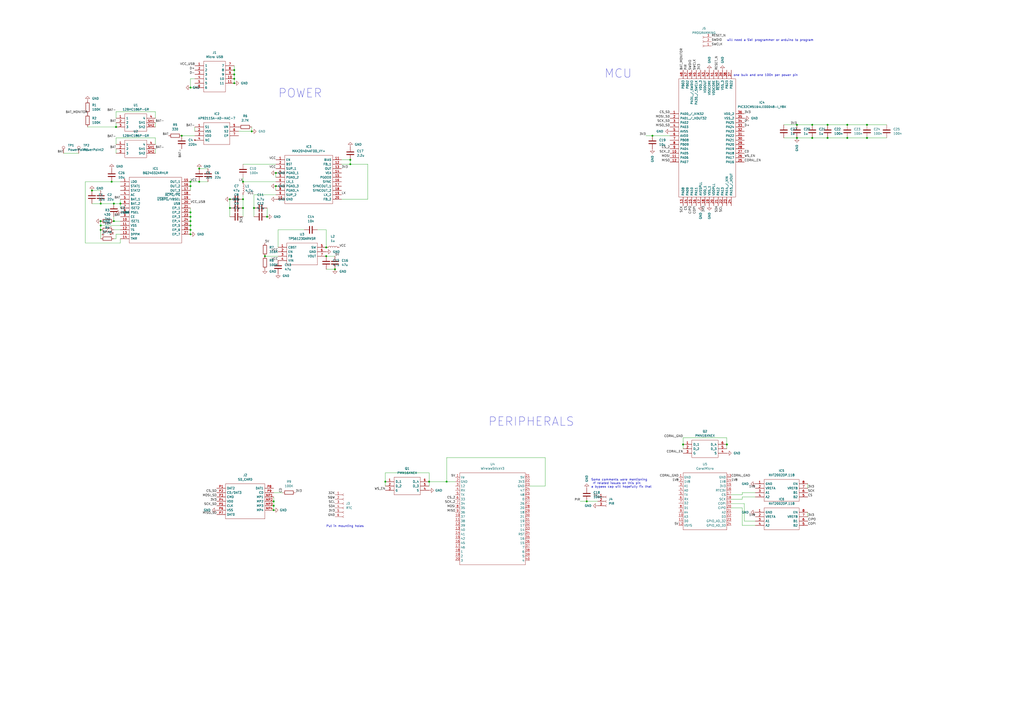
<source format=kicad_sch>
(kicad_sch (version 20211123) (generator eeschema)
  (paper "A2")
  (junction (at 135.89 45.72))
  (junction (at 203.2 95.25))
  (junction (at 58.42 133.35))
  (junction (at 259.08 279.4))
  (junction (at 135.89 48.26))
  (junction (at 110.49 133.35))
  (junction (at 462.28 72.39))
  (junction (at 421.64 257.81))
  (junction (at 340.36 290.83))
  (junction (at 189.23 148.59))
  (junction (at 158.75 290.83))
  (junction (at 135.89 43.18))
  (junction (at 194.31 156.21))
  (junction (at 471.17 72.39))
  (junction (at 133.35 120.65))
  (junction (at 58.42 130.81))
  (junction (at 110.49 50.8))
  (junction (at 140.97 105.41))
  (junction (at 480.06 80.01))
  (junction (at 502.92 80.01))
  (junction (at 110.49 123.19))
  (junction (at 147.32 120.65))
  (junction (at 66.04 118.11))
  (junction (at 105.41 78.74))
  (junction (at 203.2 92.71))
  (junction (at 110.49 107.95))
  (junction (at 396.24 257.81))
  (junction (at 154.94 125.73))
  (junction (at 462.28 80.01))
  (junction (at 146.05 76.2))
  (junction (at 67.31 73.66))
  (junction (at 378.46 78.74))
  (junction (at 133.35 115.57))
  (junction (at 140.97 115.57))
  (junction (at 110.49 125.73))
  (junction (at 160.02 107.95))
  (junction (at 140.97 120.65))
  (junction (at 158.75 295.91))
  (junction (at 64.77 105.41))
  (junction (at 69.85 118.11))
  (junction (at 223.52 279.4))
  (junction (at 66.04 128.27))
  (junction (at 58.42 118.11))
  (junction (at 110.49 105.41))
  (junction (at 115.57 105.41))
  (junction (at 58.42 128.27))
  (junction (at 53.34 110.49))
  (junction (at 110.49 135.89))
  (junction (at 158.75 293.37))
  (junction (at 115.57 97.79))
  (junction (at 110.49 128.27))
  (junction (at 153.67 148.59))
  (junction (at 248.92 279.4))
  (junction (at 160.02 100.33))
  (junction (at 110.49 130.81))
  (junction (at 189.23 143.51))
  (junction (at 491.49 72.39))
  (junction (at 491.49 80.01))
  (junction (at 471.17 80.01))
  (junction (at 502.92 72.39))
  (junction (at 480.06 72.39))
  (junction (at 135.89 40.64))
  (wire (pts (xy 430.53 285.75) (xy 438.15 285.75)))
  (wire (pts (xy 158.75 285.75) (xy 163.83 285.75)))
  (wire (pts (xy 430.53 304.8) (xy 438.15 304.8)))
  (wire (pts (xy 113.03 45.72) (xy 110.49 45.72)))
  (wire (pts (xy 396.24 254) (xy 421.64 254)))
  (wire (pts (xy 471.17 80.01) (xy 480.06 80.01)))
  (wire (pts (xy 396.24 257.81) (xy 396.24 260.35)))
  (wire (pts (xy 430.53 289.56) (xy 430.53 288.29)))
  (wire (pts (xy 90.17 86.36) (xy 90.17 88.9)))
  (wire (pts (xy 502.92 72.39) (xy 514.35 72.39)))
  (wire (pts (xy 49.53 105.41) (xy 64.77 105.41)))
  (wire (pts (xy 480.06 80.01) (xy 491.49 80.01)))
  (wire (pts (xy 421.64 257.81) (xy 421.64 260.35)))
  (wire (pts (xy 336.55 290.83) (xy 340.36 290.83)))
  (wire (pts (xy 36.83 88.9) (xy 45.72 88.9)))
  (wire (pts (xy 146.05 76.2) (xy 146.05 73.66)))
  (wire (pts (xy 140.97 113.03) (xy 140.97 115.57)))
  (wire (pts (xy 421.64 254) (xy 421.64 257.81)))
  (wire (pts (xy 248.92 274.32) (xy 248.92 279.4)))
  (wire (pts (xy 58.42 118.11) (xy 66.04 118.11)))
  (wire (pts (xy 110.49 123.19) (xy 110.49 125.73)))
  (wire (pts (xy 69.85 140.97) (xy 69.85 138.43)))
  (wire (pts (xy 69.85 135.89) (xy 67.31 135.89)))
  (wire (pts (xy 184.15 133.35) (xy 189.23 133.35)))
  (wire (pts (xy 66.04 118.11) (xy 69.85 118.11)))
  (wire (pts (xy 161.29 133.35) (xy 161.29 143.51)))
  (wire (pts (xy 58.42 130.81) (xy 58.42 128.27)))
  (wire (pts (xy 248.92 279.4) (xy 248.92 281.94)))
  (wire (pts (xy 135.89 40.64) (xy 135.89 43.18)))
  (wire (pts (xy 462.28 80.01) (xy 471.17 80.01)))
  (wire (pts (xy 307.34 281.94) (xy 316.23 281.94)))
  (wire (pts (xy 203.2 95.25) (xy 213.36 95.25)))
  (wire (pts (xy 110.49 120.65) (xy 110.49 123.19)))
  (wire (pts (xy 138.43 76.2) (xy 146.05 76.2)))
  (wire (pts (xy 69.85 140.97) (xy 49.53 140.97)))
  (wire (pts (xy 203.2 92.71) (xy 203.2 95.25)))
  (wire (pts (xy 67.31 138.43) (xy 66.04 138.43)))
  (wire (pts (xy 135.89 43.18) (xy 135.89 45.72)))
  (wire (pts (xy 140.97 115.57) (xy 140.97 120.65)))
  (wire (pts (xy 468.63 297.18) (xy 468.63 299.72)))
  (wire (pts (xy 90.17 64.77) (xy 90.17 68.58)))
  (wire (pts (xy 158.75 290.83) (xy 158.75 293.37)))
  (wire (pts (xy 468.63 280.67) (xy 468.63 283.21)))
  (wire (pts (xy 491.49 80.01) (xy 502.92 80.01)))
  (wire (pts (xy 223.52 279.4) (xy 223.52 281.94)))
  (wire (pts (xy 147.32 113.03) (xy 147.32 120.65)))
  (wire (pts (xy 158.75 293.37) (xy 158.75 295.91)))
  (wire (pts (xy 90.17 83.82) (xy 90.17 80.01)))
  (wire (pts (xy 110.49 130.81) (xy 110.49 133.35)))
  (wire (pts (xy 462.28 72.39) (xy 471.17 72.39)))
  (wire (pts (xy 454.66 80.01) (xy 462.28 80.01)))
  (wire (pts (xy 396.24 257.81) (xy 396.24 254)))
  (wire (pts (xy 115.57 105.41) (xy 120.65 105.41)))
  (wire (pts (xy 378.46 78.74) (xy 388.62 78.74)))
  (wire (pts (xy 223.52 274.32) (xy 248.92 274.32)))
  (wire (pts (xy 198.12 95.25) (xy 203.2 95.25)))
  (wire (pts (xy 430.53 294.64) (xy 430.53 304.8)))
  (wire (pts (xy 198.12 115.57) (xy 213.36 115.57)))
  (wire (pts (xy 69.85 130.81) (xy 58.42 130.81)))
  (wire (pts (xy 454.66 72.39) (xy 462.28 72.39)))
  (wire (pts (xy 110.49 133.35) (xy 110.49 135.89)))
  (wire (pts (xy 49.53 140.97) (xy 49.53 105.41)))
  (wire (pts (xy 374.65 78.74) (xy 378.46 78.74)))
  (wire (pts (xy 67.31 71.12) (xy 67.31 73.66)))
  (wire (pts (xy 431.8 292.1) (xy 431.8 302.26)))
  (wire (pts (xy 430.53 288.29) (xy 438.15 288.29)))
  (wire (pts (xy 69.85 115.57) (xy 69.85 118.11)))
  (wire (pts (xy 153.67 148.59) (xy 161.29 148.59)))
  (wire (pts (xy 90.17 80.01) (xy 67.31 80.01)))
  (wire (pts (xy 66.04 133.35) (xy 69.85 133.35)))
  (wire (pts (xy 147.32 120.65) (xy 147.32 125.73)))
  (wire (pts (xy 430.53 294.64) (xy 424.18 294.64)))
  (wire (pts (xy 67.31 64.77) (xy 90.17 64.77)))
  (wire (pts (xy 67.31 80.01) (xy 67.31 83.82)))
  (wire (pts (xy 502.92 80.01) (xy 514.35 80.01)))
  (wire (pts (xy 316.23 265.43) (xy 259.08 265.43)))
  (wire (pts (xy 58.42 133.35) (xy 58.42 138.43)))
  (wire (pts (xy 158.75 288.29) (xy 158.75 290.83)))
  (wire (pts (xy 431.8 302.26) (xy 438.15 302.26)))
  (wire (pts (xy 64.77 105.41) (xy 69.85 105.41)))
  (wire (pts (xy 480.06 72.39) (xy 491.49 72.39)))
  (wire (pts (xy 248.92 279.4) (xy 259.08 279.4)))
  (wire (pts (xy 140.97 102.87) (xy 140.97 105.41)))
  (wire (pts (xy 67.31 68.58) (xy 67.31 64.77)))
  (wire (pts (xy 147.32 113.03) (xy 160.02 113.03)))
  (wire (pts (xy 213.36 115.57) (xy 213.36 95.25)))
  (wire (pts (xy 140.97 105.41) (xy 160.02 105.41)))
  (wire (pts (xy 110.49 105.41) (xy 115.57 105.41)))
  (wire (pts (xy 110.49 107.95) (xy 110.49 110.49)))
  (wire (pts (xy 53.34 110.49) (xy 58.42 110.49)))
  (wire (pts (xy 491.49 72.39) (xy 502.92 72.39)))
  (wire (pts (xy 430.53 287.02) (xy 424.18 287.02)))
  (wire (pts (xy 176.53 133.35) (xy 161.29 133.35)))
  (wire (pts (xy 66.04 125.73) (xy 66.04 128.27)))
  (wire (pts (xy 430.53 287.02) (xy 430.53 285.75)))
  (wire (pts (xy 316.23 281.94) (xy 316.23 265.43)))
  (wire (pts (xy 69.85 118.11) (xy 69.85 120.65)))
  (wire (pts (xy 259.08 265.43) (xy 259.08 279.4)))
  (wire (pts (xy 113.03 73.66) (xy 113.03 76.2)))
  (wire (pts (xy 135.89 45.72) (xy 135.89 48.26)))
  (wire (pts (xy 424.18 292.1) (xy 431.8 292.1)))
  (wire (pts (xy 160.02 107.95) (xy 160.02 110.49)))
  (wire (pts (xy 340.36 290.83) (xy 346.71 290.83)))
  (wire (pts (xy 110.49 50.8) (xy 113.03 50.8)))
  (wire (pts (xy 189.23 133.35) (xy 189.23 143.51)))
  (wire (pts (xy 110.49 105.41) (xy 110.49 107.95)))
  (wire (pts (xy 140.97 120.65) (xy 140.97 125.73)))
  (wire (pts (xy 67.31 135.89) (xy 67.31 138.43)))
  (wire (pts (xy 160.02 100.33) (xy 160.02 102.87)))
  (wire (pts (xy 154.94 120.65) (xy 154.94 125.73)))
  (wire (pts (xy 90.17 71.12) (xy 90.17 73.66)))
  (wire (pts (xy 140.97 95.25) (xy 160.02 95.25)))
  (wire (pts (xy 105.41 78.74) (xy 113.03 78.74)))
  (wire (pts (xy 110.49 128.27) (xy 110.49 130.81)))
  (wire (pts (xy 430.53 289.56) (xy 424.18 289.56)))
  (wire (pts (xy 66.04 128.27) (xy 69.85 128.27)))
  (wire (pts (xy 189.23 148.59) (xy 194.31 148.59)))
  (wire (pts (xy 115.57 97.79) (xy 120.65 97.79)))
  (wire (pts (xy 198.12 92.71) (xy 203.2 92.71)))
  (wire (pts (xy 135.89 38.1) (xy 135.89 40.64)))
  (wire (pts (xy 133.35 115.57) (xy 133.35 120.65)))
  (wire (pts (xy 223.52 279.4) (xy 223.52 274.32)))
  (wire (pts (xy 110.49 125.73) (xy 110.49 128.27)))
  (wire (pts (xy 471.17 72.39) (xy 480.06 72.39)))
  (wire (pts (xy 133.35 120.65) (xy 133.35 125.73)))
  (wire (pts (xy 110.49 45.72) (xy 110.49 50.8)))
  (wire (pts (xy 50.8 73.66) (xy 67.31 73.66)))
  (wire (pts (xy 259.08 279.4) (xy 264.16 279.4)))
  (wire (pts (xy 189.23 156.21) (xy 194.31 156.21)))
  (wire (pts (xy 58.42 130.81) (xy 58.42 133.35)))
  (wire (pts (xy 67.31 86.36) (xy 67.31 88.9)))
  (wire (pts (xy 53.34 118.11) (xy 58.42 118.11)))
  (text "Some comments were mentioning\n rf related issues on this pin\na bypass cap will hopefully fix that " (at 342.9 283.21 0) (effects (font (size 1.27 1.27)) (justify left bottom)))
  (text "will need a SWI programmer or arduino to program" (at 421.64 24.13 0) (effects (font (size 1.27 1.27)) (justify left bottom)))
  (text "POWER" (at 161.29 57.15 0) (effects (font (size 5 5)) (justify left bottom)))
  (text "one bulk and one 100n per power pin" (at 425.45 44.45 0) (effects (font (size 1.27 1.27)) (justify left bottom)))
  (text "MCU" (at 350.52 45.72 0) (effects (font (size 5 5)) (justify left bottom)))
  (text "PERIPHERALS" (at 283.21 247.65 0) (effects (font (size 5 5)) (justify left bottom)))
  (text "Put in mounting holes" (at 189.23 306.07 0) (effects (font (size 1.27 1.27)) (justify left bottom)))
  (label "D+" (at 431.8 73.66 0))
  (label "3V3" (at 462.28 72.39 180))
  (label "VCC" (at 110.49 105.41 0))
  (label "BAT-" (at 67.31 80.01 180))
  (label "VCC" (at 161.29 151.13 180))
  (label "MOSI_SD" (at 125.73 288.29 180))
  (label "1V8" (at 393.7 279.4 180))
  (label "3V3" (at 408.94 119.38 270))
  (label "3V3" (at 140.97 125.73 270))
  (label "SCK" (at 468.63 285.75 0))
  (label "RESET_N" (at 416.56 40.64 90))
  (label "3V3" (at 194.31 297.18 180))
  (label "1V8" (at 424.18 279.4 0))
  (label "CD" (at 163.83 285.75 90))
  (label "CORAL_GND" (at 424.18 276.86 0))
  (label "BAT" (at 36.83 88.9 180))
  (label "MOSI" (at 264.16 294.64 180))
  (label "VCC" (at 147.32 113.03 180))
  (label "3V3" (at 171.45 285.75 0))
  (label "D-" (at 113.03 43.18 180))
  (label "BAT" (at 97.79 78.74 180))
  (label "LX" (at 198.12 113.03 0))
  (label "D+" (at 113.03 40.64 180))
  (label "PIR" (at 336.55 290.83 180))
  (label "SWDIO" (at 412.75 24.13 0))
  (label "COPI" (at 468.63 304.8 0))
  (label "MISO_SD" (at 388.62 73.66 180))
  (label "CIPO" (at 401.32 119.38 270))
  (label "3V3" (at 374.65 78.74 180))
  (label "3V3" (at 468.63 299.72 0))
  (label "MOSI" (at 388.62 91.44 180))
  (label "SDA" (at 194.31 294.64 180))
  (label "SQW" (at 194.31 289.56 180))
  (label "CS_2" (at 388.62 86.36 180))
  (label "5V" (at 194.31 148.59 0))
  (label "3V3" (at 198.12 97.79 0))
  (label "SCL" (at 194.31 292.1 180))
  (label "CD" (at 431.8 88.9 0))
  (label "CIPO" (at 468.63 302.26 0))
  (label "SCK_SD" (at 125.73 293.37 180))
  (label "LX" (at 140.97 105.41 180))
  (label "PIR" (at 398.78 40.64 90))
  (label "MISO" (at 264.16 297.18 180))
  (label "BAT-" (at 90.17 86.36 0))
  (label "3V3" (at 125.73 290.83 180))
  (label "SCK_2" (at 264.16 292.1 180))
  (label "BAT-" (at 90.17 71.12 0))
  (label "CS_2" (at 264.16 289.56 180))
  (label "BAT" (at 67.31 71.12 180))
  (label "BAT_MONITOR" (at 396.24 40.64 90))
  (label "SDA" (at 416.56 119.38 270))
  (label "SWCLK" (at 403.86 40.64 90))
  (label "CORAL_GND" (at 396.24 254 180))
  (label "MISO_SD" (at 125.73 298.45 180))
  (label "BAT" (at 69.85 125.73 180))
  (label "MOSI_SD" (at 388.62 68.58 180))
  (label "VCC" (at 160.02 92.71 180))
  (label "WS_EN" (at 223.52 284.48 180))
  (label "BAT" (at 67.31 86.36 180))
  (label "VCC_USB" (at 113.03 38.1 180))
  (label "5V" (at 153.67 140.97 0))
  (label "MISO" (at 388.62 93.98 180))
  (label "D-" (at 431.8 71.12 0))
  (label "3V3" (at 468.63 283.21 0))
  (label "SCK_2" (at 388.62 88.9 180))
  (label "CORAL_EN" (at 431.8 93.98 0))
  (label "SWDIO" (at 401.32 40.64 90))
  (label "SCK_SD" (at 388.62 71.12 180))
  (label "VCC" (at 161.29 146.05 180))
  (label "CS" (at 398.78 119.38 270))
  (label "CS" (at 468.63 288.29 0))
  (label "WS_EN" (at 431.8 91.44 0))
  (label "CORAL_EN" (at 396.24 262.89 180))
  (label "SCK" (at 396.24 119.38 270))
  (label "GND" (at 194.31 299.72 180))
  (label "3V3" (at 431.8 66.04 0))
  (label "VCC" (at 196.85 143.51 0))
  (label "BAT-" (at 105.41 86.36 270))
  (label "BAT-" (at 113.03 73.66 180))
  (label "BAT" (at 69.85 115.57 180))
  (label "3V3" (at 406.4 40.64 90))
  (label "CS_SD" (at 125.73 285.75 180))
  (label "COPI" (at 403.86 119.38 270))
  (label "1V8" (at 438.15 299.72 180))
  (label "SWCLK" (at 412.75 26.67 0))
  (label "5V" (at 346.71 288.29 180))
  (label "SCL" (at 419.1 119.38 270))
  (label "BAT_MONITOR" (at 50.8 66.04 180))
  (label "5V" (at 264.16 276.86 180))
  (label "VCC" (at 160.02 97.79 180))
  (label "CS_SD" (at 388.62 66.04 180))
  (label "BAT-" (at 67.31 64.77 180))
  (label "VCC_USB" (at 110.49 118.11 0))
  (label "RESET_N" (at 412.75 21.59 0))
  (label "CORAL_GND" (at 393.7 276.86 180))
  (label "5V" (at 393.7 304.8 180))
  (label "1V8" (at 438.15 283.21 180))
  (label "32K" (at 194.31 287.02 180))
  (symbol (lib_id "Device:C") (at 189.23 152.4 0) (unit 1)
    (property "Reference" "C15" (at 193.04 151.1299 0) (effects (justify left)))
    (property "Value" "47u" (at 193.04 153.6699 0) (effects (justify left)))
    (property "Footprint" "Capacitor_SMD:C_0805_2012Metric" (effects hide))
  )
  (symbol (lib_id "Device:C") (at 462.28 76.2 0) (unit 1)
    (property "Reference" "C20" (at 466.09 74.9299 0) (effects (justify left)))
    (property "Value" "1u" (at 466.09 77.4699 0) (effects (justify left)))
    (property "Footprint" "Capacitor_SMD:C_0402_1005Metric" (effects hide))
  )
  (symbol (lib_id "power:GND") (at 438.15 280.67 270) (unit 1)
    (property "Reference" "#PWR034" (effects hide))
    (property "Value" "GND" (at 434.34 280.6701 90) (effects (justify right)))
  )
  (symbol (lib_id "Device:C") (at 64.77 101.6 180) (unit 1)
    (property "Reference" "C26" (at 68.58 100.3299 0) (effects (justify right)))
    (property "Value" "10u" (at 68.58 102.8699 0) (effects (justify right)))
    (property "Footprint" "Capacitor_SMD:C_0805_2012Metric" (effects hide))
  )
  (symbol (lib_id "power:GND") (at 160.02 115.57 270) (unit 1)
    (property "Reference" "#PWR017" (effects hide))
    (property "Value" "GND" (at 161.29 115.5699 90) (effects (justify left)))
  )
  (symbol (lib_id "power:GND") (at 135.89 48.26 90) (unit 1)
    (property "Reference" "#PWR010" (effects hide))
    (property "Value" "GND" (at 139.7 48.2599 90) (effects (justify right)))
  )
  (symbol (lib_id "SamacSys_Parts:MAX20404AFOD_VY+") (at 160.02 92.71 0) (unit 1)
    (property "Reference" "IC3" (at 179.07 85.09 0))
    (property "Value" "MAX20404AFOD_VY+" (at 179.07 87.63 0))
    (property "Footprint" "SamacSys_Parts:MAX20404AFODVY" (effects hide))
    (property "Datasheet" "https://datasheets.maximintegrated.com/en/ds/MAX20404-MAX20406.pdf" (effects hide))
    (property "Description" "DC/DC Switching Regulator, Synchronous Buck, Adjustable/Fixed, 0.8 V to 10 V/3.3 V, 4 A, SWFC2QFN-17" (effects hide))
    (property "Height" "0.8" (effects hide))
    (property "Mouser Part Number" "700-MAX20404AFOD/VY+" (effects hide))
    (property "Mouser Price/Stock" "https://www.mouser.co.uk/ProductDetail/Maxim-Integrated/MAX20404AFOD-VY%2b?qs=Wj%2FVkw3K%252BMCmPogVupe1jg%3D%3D" (effects hide))
    (property "Manufacturer_Name" "Analog Devices" (effects hide))
    (property "Manufacturer_Part_Number" "MAX20404AFOD/VY+" (effects hide))
  )
  (symbol (lib_id "Device:C") (at 53.34 114.3 180) (unit 1)
    (property "Reference" "C1" (at 57.15 113.0299 0) (effects (justify right)))
    (property "Value" "22u" (at 57.15 115.5699 0) (effects (justify right)))
    (property "Footprint" "Capacitor_SMD:C_0805_2012Metric" (effects hide))
  )
  (symbol (lib_id "power:GND") (at 50.8 58.42 180) (unit 1)
    (property "Reference" "#PWR01" (effects hide))
    (property "Value" "GND" (at 53.34 57.1499 0) (effects (justify right)))
  )
  (symbol (lib_id "Device:C") (at 137.16 115.57 270) (unit 1)
    (property "Reference" "C7" (at 137.16 107.95 90))
    (property "Value" "47u" (at 137.16 110.49 90))
    (property "Footprint" "Capacitor_SMD:C_0805_2012Metric" (effects hide))
  )
  (symbol (lib_id "power:GND") (at 69.85 123.19 270) (unit 1)
    (property "Reference" "#PWR04" (effects hide))
    (property "Value" "GND" (at 71.12 123.1899 90) (effects (justify left)))
  )
  (symbol (lib_id "power:GND") (at 160.02 100.33 270) (unit 1)
    (property "Reference" "#PWR015" (effects hide))
    (property "Value" "GND" (at 161.29 100.3299 90) (effects (justify left)))
  )
  (symbol (lib_id "Device:C") (at 491.49 76.2 0) (unit 1)
    (property "Reference" "C23" (at 495.3 74.9299 0) (effects (justify left)))
    (property "Value" "100n" (at 495.3 77.4699 0) (effects (justify left)))
    (property "Footprint" "Capacitor_SMD:C_0402_1005Metric" (effects hide))
  )
  (symbol (lib_id "power:GND") (at 462.28 80.01 0) (unit 1)
    (property "Reference" "#PWR036" (effects hide))
    (property "Value" "GND" (at 462.2801 83.82 90) (effects (justify right)))
  )
  (symbol (lib_id "SamacSys_Parts:12BHC186P-GR") (at 67.31 83.82 0) (unit 1)
    (property "Reference" "U2" (at 78.74 76.2 0))
    (property "Value" "12BHC186P-GR" (at 78.74 78.74 0))
    (property "Footprint" "SamacSys_Parts:12BHC186PGR" (effects hide))
    (property "Description" "Cylindrical Battery Contacts, Clips, Holders & Springs 2X18650 PARALLEL CONNECTION" (effects hide))
    (property "Height" "19.8" (effects hide))
    (property "Mouser Part Number" "12BHC186P-GR" (effects hide))
    (property "Mouser Price/Stock" "https://www.mouser.co.uk/ProductDetail/Eagle-Plastic-Devices/12BHC186P-GR?qs=AQlKX63v8Rv70Ee1H7gwgg%3D%3D" (effects hide))
    (property "Manufacturer_Name" "Eagle Plastic Devices" (effects hide))
    (property "Manufacturer_Part_Number" "12BHC186P-GR" (effects hide))
  )
  (symbol (lib_id "SamacSys_Parts:NVT2002DP,118") (at 438.15 297.18 0) (unit 1)
    (property "Reference" "IC6" (at 453.39 289.56 0))
    (property "Value" "NVT2002DP,118" (at 453.39 292.1 0))
    (property "Footprint" "SamacSys_Parts:SOP65P490X110-8N" (effects hide))
    (property "Datasheet" "http://www.nxp.com/docs/en/data-sheet/NVT2001_NVT2002.pdf" (effects hide))
    (property "Description" "Translation - Voltage Levels Interface IC" (effects hide))
    (property "Height" "1.1" (effects hide))
    (property "Mouser Part Number" "771-NVT2002DP118" (effects hide))
    (property "Mouser Price/Stock" "https://www.mouser.co.uk/ProductDetail/NXP-Semiconductors/NVT2002DP118?qs=htEP9ZFZyENRaE6OF%252BxM8A%3D%3D" (effects hide))
    (property "Manufacturer_Name" "NXP" (effects hide))
    (property "Manufacturer_Part_Number" "NVT2002DP,118" (effects hide))
  )
  (symbol (lib_id "power:GND") (at 438.15 297.18 270) (unit 1)
    (property "Reference" "#PWR035" (effects hide))
    (property "Value" "GND" (at 434.34 297.1801 90) (effects (justify right)))
  )
  (symbol (lib_id "Device:C") (at 151.13 125.73 90) (unit 1)
    (property "Reference" "C12" (at 151.13 118.11 90))
    (property "Value" "4.7u" (at 151.13 120.65 90))
    (property "Footprint" "Capacitor_SMD:C_0603_1608Metric" (effects hide))
  )
  (symbol (lib_id "Device:C") (at 140.97 99.06 180) (unit 1)
    (property "Reference" "C10" (at 144.78 97.7899 0) (effects (justify right)))
    (property "Value" "100n" (at 144.78 100.3299 0) (effects (justify right)))
    (property "Footprint" "Capacitor_SMD:C_0402_1005Metric" (effects hide))
  )
  (symbol (lib_id "SamacSys_Parts:TPS61230ARNSR") (at 161.29 143.51 0) (unit 1)
    (property "Reference" "U3" (at 175.26 135.89 0))
    (property "Value" "TPS61230ARNSR" (at 175.26 138.43 0))
    (property "Footprint" "SamacSys_Parts:RNS0007A" (effects hide))
    (property "Datasheet" "http://www.ti.com/lit/gpn/tps61230a" (effects hide))
    (property "Description" "5-V/6-A High Efficiency Step-Up Converter in 2.0-mm x 2.0-mm QFN Package" (effects hide))
    (property "Mouser Part Number" "595-TPS61230ARNSR" (effects hide))
    (property "Mouser Price/Stock" "https://www.mouser.co.uk/ProductDetail/Texas-Instruments/TPS61230ARNSR?qs=LuYMPh7GGMSqI9Tmm1YDWQ%3D%3D" (effects hide))
    (property "Manufacturer_Name" "Texas Instruments" (effects hide))
    (property "Manufacturer_Part_Number" "TPS61230ARNSR" (effects hide))
  )
  (symbol (lib_id "SamacSys_Parts:BQ24032ARHLR") (at 69.85 105.41 0) (unit 1)
    (property "Reference" "IC1" (at 90.17 97.79 0))
    (property "Value" "BQ24032ARHLR" (at 90.17 100.33 0))
    (property "Footprint" "SamacSys_Parts:MSP430FR2522IRHLR" (effects hide))
    (property "Datasheet" "http://www.ti.com/lit/gpn/bq24032a" (effects hide))
    (property "Description" "Dual Input Li-Ion Charger with Dynamic Power Path, Output regulated to 4.4V, Vbat 4.2V" (effects hide))
    (property "Height" "1" (effects hide))
    (property "Mouser Part Number" "595-BQ24032ARHLR" (effects hide))
    (property "Mouser Price/Stock" "https://www.mouser.co.uk/ProductDetail/Texas-Instruments/BQ24032ARHLR?qs=%252BvKcWiXw%252BzSLZ1xiZR6cEA%3D%3D" (effects hide))
    (property "Manufacturer_Name" "Texas Instruments" (effects hide))
    (property "Manufacturer_Part_Number" "BQ24032ARHLR" (effects hide))
  )
  (symbol (lib_id "SamacSys_Parts:UJ2W-MIBH-4-SMT-TR") (at 113.03 38.1 0) (unit 1)
    (property "Reference" "J1" (at 124.46 30.48 0))
    (property "Value" "Micro USB" (at 124.46 33.02 0))
    (property "Footprint" "SamacSys_Parts:UJ2WMIBH4SMTTR" (effects hide))
    (property "Datasheet" "http://www.cui.com/product/resource/uj2w-mibh-4-smt.pdf" (effects hide))
    (property "Description" "USB Connectors USB 2.0 micro B jack 5pn HZ watrproof SMT" (effects hide))
    (property "Height" "4" (effects hide))
    (property "Mouser Part Number" "490-UJ2W-MIBH-4-SMT" (effects hide))
    (property "Mouser Price/Stock" "https://www.mouser.co.uk/ProductDetail/CUI-Devices/UJ2W-MIBH-4-SMT-TR?qs=5mqXD9RfOg23XJBo1mRvCA%3D%3D" (effects hide))
    (property "Manufacturer_Name" "CUI Devices" (effects hide))
    (property "Manufacturer_Part_Number" "UJ2W-MIBH-4-SMT-TR" (effects hide))
  )
  (symbol (lib_id "Connector:Conn_01x06_Female") (at 199.39 292.1 0) (unit 1)
    (property "Reference" "J3" (at 200.66 292.0999 0) (effects (justify left)))
    (property "Value" "RTC" (at 200.66 294.6399 0) (effects (justify left)))
    (property "Footprint" "Connector_PinHeader_2.54mm:PinHeader_1x06_P2.54mm_Vertical" (effects hide))
  )
  (symbol (lib_id "Device:C") (at 471.17 76.2 0) (unit 1)
    (property "Reference" "C21" (at 474.98 74.9299 0) (effects (justify left)))
    (property "Value" "1u" (at 474.98 77.4699 0) (effects (justify left)))
    (property "Footprint" "Capacitor_SMD:C_0402_1005Metric" (effects hide))
  )
  (symbol (lib_id "My_Library:WirelesStickV3") (at 285.75 293.37 0) (unit 1)
    (property "Reference" "U4" (at 285.75 269.24 0))
    (property "Value" "WirelesStickV3" (at 285.75 271.78 0))
    (property "Footprint" "My_library:WirelessStickV3" (effects hide))
  )
  (symbol (lib_id "Device:C") (at 137.16 125.73 90) (unit 1)
    (property "Reference" "C9" (at 137.16 118.11 90))
    (property "Value" "47u" (at 137.16 120.65 90))
    (property "Footprint" "Capacitor_SMD:C_0805_2012Metric" (effects hide))
  )
  (symbol (lib_id "SamacSys_Parts:PIC32CM5164LE00048-I_Y8X") (at 388.62 66.04 0) (unit 1)
    (property "Reference" "IC4" (at 441.96 59.4612 0))
    (property "Value" "PIC32CM5164LE00048-I_Y8X" (at 441.96 62.0012 0))
    (property "Footprint" "QFP50P900X900X120-48N" (effects hide))
    (property "Description" "ARM Microcontrollers - MCU CM23, ULP, Touch, 512K Flash, 48 Pin TQFP" (effects hide))
    (property "Height" "1.2" (effects hide))
    (property "Mouser Part Number" "579-M5164LE00048IY8X" (effects hide))
    (property "Mouser Price/Stock" "https://www.mouser.co.uk/ProductDetail/Microchip-Technology/PIC32CM5164LE00048-I-Y8X?qs=W%2FMpXkg%252BdQ7EwWKleDvRDA%3D%3D" (effects hide))
    (property "Manufacturer_Name" "Microchip" (effects hide))
    (property "Manufacturer_Part_Number" "PIC32CM5164LE00048-I/Y8X" (effects hide))
  )
  (symbol (lib_id "power:GND") (at 64.77 97.79 180) (unit 1)
    (property "Reference" "#PWR0101" (effects hide))
    (property "Value" "GND" (at 67.31 96.5199 0) (effects (justify right)))
  )
  (symbol (lib_id "Connector:TestPoint") (at 36.83 88.9 0) (unit 1)
    (property "Reference" "TP1" (at 39.37 84.3279 0) (effects (justify left)))
    (property "Value" "PowerPoint1" (at 39.37 86.8679 0) (effects (justify left)))
    (property "Footprint" "TestPoint:TestPoint_Pad_2.5x2.5mm" (effects hide))
  )
  (symbol (lib_id "Device:C") (at 137.16 120.65 90) (unit 1)
    (property "Reference" "C8" (at 137.16 113.03 90))
    (property "Value" "47u" (at 137.16 115.57 90))
    (property "Footprint" "Capacitor_SMD:C_0805_2012Metric" (effects hide))
  )
  (symbol (lib_id "SamacSys_Parts:PMN16XNEX") (at 223.52 279.4 0) (unit 1)
    (property "Reference" "Q1" (at 236.22 271.78 0))
    (property "Value" "PMN16XNEX" (at 236.22 274.32 0))
    (property "Footprint" "SamacSys_Parts:SOT95P275X110-6N" (effects hide))
    (property "Datasheet" "https://assets.nexperia.com/documents/data-sheet/PMN16XNE.pdf" (effects hide))
    (property "Description" "MOSFET 20V N-CHANNEL TRENCHMOS" (effects hide))
    (property "Height" "1.1" (effects hide))
    (property "Mouser Part Number" "771-PMN16XNEX" (effects hide))
    (property "Mouser Price/Stock" "https://www.mouser.co.uk/ProductDetail/Nexperia/PMN16XNEX?qs=2bnkQPT%252BPaeBgAbSulLgaQ%3D%3D" (effects hide))
    (property "Manufacturer_Name" "Nexperia" (effects hide))
    (property "Manufacturer_Part_Number" "PMN16XNEX" (effects hide))
  )
  (symbol (lib_id "power:GND") (at 58.42 128.27 270) (unit 1)
    (property "Reference" "#PWR03" (effects hide))
    (property "Value" "GND" (at 59.69 128.2699 90) (effects (justify left)))
  )
  (symbol (lib_id "power:GND") (at 110.49 50.8 270) (unit 1)
    (property "Reference" "#PWR05" (effects hide))
    (property "Value" "GND" (at 111.76 50.7999 90) (effects (justify left)))
  )
  (symbol (lib_id "power:GND") (at 203.2 85.09 180) (unit 1)
    (property "Reference" "#PWR021" (effects hide))
    (property "Value" "GND" (at 205.74 83.8199 0) (effects (justify right)))
  )
  (symbol (lib_id "Device:C") (at 115.57 101.6 180) (unit 1)
    (property "Reference" "C5" (at 119.38 100.3299 0) (effects (justify right)))
    (property "Value" "22u" (at 119.38 102.8699 0) (effects (justify right)))
    (property "Footprint" "Capacitor_SMD:C_0805_2012Metric" (effects hide))
  )
  (symbol (lib_id "SamacSys_Parts:12BHC186P-GR") (at 67.31 68.58 0) (unit 1)
    (property "Reference" "U1" (at 78.74 60.96 0))
    (property "Value" "12BHC186P-GR" (at 78.74 63.5 0))
    (property "Footprint" "SamacSys_Parts:12BHC186PGR" (effects hide))
    (property "Description" "Cylindrical Battery Contacts, Clips, Holders & Springs 2X18650 PARALLEL CONNECTION" (effects hide))
    (property "Height" "19.8" (effects hide))
    (property "Mouser Part Number" "12BHC186P-GR" (effects hide))
    (property "Mouser Price/Stock" "https://www.mouser.co.uk/ProductDetail/Eagle-Plastic-Devices/12BHC186P-GR?qs=AQlKX63v8Rv70Ee1H7gwgg%3D%3D" (effects hide))
    (property "Manufacturer_Name" "Eagle Plastic Devices" (effects hide))
    (property "Manufacturer_Part_Number" "12BHC186P-GR" (effects hide))
  )
  (symbol (lib_id "Device:C") (at 480.06 76.2 0) (unit 1)
    (property "Reference" "C22" (at 483.87 74.9299 0) (effects (justify left)))
    (property "Value" "100n" (at 483.87 77.4699 0) (effects (justify left)))
    (property "Footprint" "Capacitor_SMD:C_0402_1005Metric" (effects hide))
  )
  (symbol (lib_id "power:GND") (at 421.64 262.89 90) (unit 1)
    (property "Reference" "#PWR032" (effects hide))
    (property "Value" "GND" (at 425.45 262.8899 90) (effects (justify right)))
  )
  (symbol (lib_id "Device:R") (at 153.67 144.78 0) (unit 1)
    (property "Reference" "R7" (at 156.21 143.5099 0) (effects (justify left)))
    (property "Value" "316K" (at 156.21 146.0499 0) (effects (justify left)))
    (property "Footprint" "Resistor_SMD:R_0402_1005Metric" (effects hide))
  )
  (symbol (lib_id "SamacSys_Parts:NVT2002DP,118") (at 438.15 280.67 0) (unit 1)
    (property "Reference" "IC5" (at 453.39 273.05 0))
    (property "Value" "NVT2002DP,118" (at 453.39 275.59 0))
    (property "Footprint" "SamacSys_Parts:SOP65P490X110-8N" (effects hide))
    (property "Datasheet" "http://www.nxp.com/docs/en/data-sheet/NVT2001_NVT2002.pdf" (effects hide))
    (property "Description" "Translation - Voltage Levels Interface IC" (effects hide))
    (property "Height" "1.1" (effects hide))
    (property "Mouser Part Number" "771-NVT2002DP118" (effects hide))
    (property "Mouser Price/Stock" "https://www.mouser.co.uk/ProductDetail/NXP-Semiconductors/NVT2002DP118?qs=htEP9ZFZyENRaE6OF%252BxM8A%3D%3D" (effects hide))
    (property "Manufacturer_Name" "NXP" (effects hide))
    (property "Manufacturer_Part_Number" "NVT2002DP,118" (effects hide))
  )
  (symbol (lib_id "power:GND") (at 154.94 125.73 90) (unit 1)
    (property "Reference" "#PWR013" (effects hide))
    (property "Value" "GND" (at 158.75 125.7299 90) (effects (justify right)))
  )
  (symbol (lib_id "Device:C") (at 502.92 76.2 0) (unit 1)
    (property "Reference" "C24" (at 506.73 74.9299 0) (effects (justify left)))
    (property "Value" "100n" (at 506.73 77.4699 0) (effects (justify left)))
    (property "Footprint" "Capacitor_SMD:C_0402_1005Metric" (effects hide))
  )
  (symbol (lib_id "power:GND") (at 133.35 115.57 270) (unit 1)
    (property "Reference" "#PWR09" (effects hide))
    (property "Value" "GND" (at 134.62 115.5699 90) (effects (justify left)))
  )
  (symbol (lib_id "SamacSys_Parts:AP9211SA-AD-HAC-7") (at 113.03 73.66 0) (unit 1)
    (property "Reference" "IC2" (at 125.73 66.04 0))
    (property "Value" "AP9211SA-AD-HAC-7" (at 125.73 68.58 0))
    (property "Footprint" "SamacSys_Parts:AP9211SAADHAC7" (effects hide))
    (property "Datasheet" "https://www.diodes.com/assets/Datasheets/AP9211.pdf" (effects hide))
    (property "Description" "Battery Management Multicell Batt MGR PMIC Protection Int" (effects hide))
    (property "Height" "0.6" (effects hide))
    (property "Mouser Part Number" "621-AP9211SA-AD-HAC7" (effects hide))
    (property "Mouser Price/Stock" "https://www.mouser.co.uk/ProductDetail/Diodes-Incorporated/AP9211SA-AD-HAC-7?qs=OVC8WVYZliT9RKxLWZvlEQ%3D%3D" (effects hide))
    (property "Manufacturer_Name" "Diodes Inc." (effects hide))
    (property "Manufacturer_Part_Number" "AP9211SA-AD-HAC-7" (effects hide))
  )
  (symbol (lib_id "SamacSys_Parts:PMN16XNEX") (at 396.24 257.81 0) (unit 1)
    (property "Reference" "Q2" (at 408.94 250.19 0))
    (property "Value" "PMN16XNEX" (at 408.94 252.73 0))
    (property "Footprint" "SamacSys_Parts:SOT95P275X110-6N" (effects hide))
    (property "Datasheet" "https://assets.nexperia.com/documents/data-sheet/PMN16XNE.pdf" (effects hide))
    (property "Description" "MOSFET 20V N-CHANNEL TRENCHMOS" (effects hide))
    (property "Height" "1.1" (effects hide))
    (property "Mouser Part Number" "771-PMN16XNEX" (effects hide))
    (property "Mouser Price/Stock" "https://www.mouser.co.uk/ProductDetail/Nexperia/PMN16XNEX?qs=2bnkQPT%252BPaeBgAbSulLgaQ%3D%3D" (effects hide))
    (property "Manufacturer_Name" "Nexperia" (effects hide))
    (property "Manufacturer_Part_Number" "PMN16XNEX" (effects hide))
  )
  (symbol (lib_id "Device:R") (at 50.8 69.85 0) (unit 1)
    (property "Reference" "R2" (at 53.34 68.5799 0) (effects (justify left)))
    (property "Value" "100K" (at 53.34 71.1199 0) (effects (justify left)))
    (property "Footprint" "Resistor_SMD:R_0402_1005Metric" (effects hide))
  )
  (symbol (lib_id "Device:C") (at 378.46 82.55 0) (unit 1)
    (property "Reference" "C19" (at 382.27 81.2799 0) (effects (justify left)))
    (property "Value" "10u" (at 382.27 83.8199 0) (effects (justify left)))
    (property "Footprint" "Capacitor_SMD:C_0805_2012Metric" (effects hide))
  )
  (symbol (lib_id "Device:C") (at 120.65 101.6 180) (unit 1)
    (property "Reference" "C6" (at 124.46 100.3299 0) (effects (justify right)))
    (property "Value" "22u" (at 124.46 102.8699 0) (effects (justify right)))
    (property "Footprint" "Capacitor_SMD:C_0805_2012Metric" (effects hide))
  )
  (symbol (lib_id "Device:R") (at 101.6 78.74 90) (unit 1)
    (property "Reference" "R5" (at 101.6 72.39 90))
    (property "Value" "330" (at 101.6 74.93 90))
    (property "Footprint" "Resistor_SMD:R_0603_1608Metric" (effects hide))
  )
  (symbol (lib_id "power:GND") (at 388.62 76.2 270) (unit 1)
    (property "Reference" "#PWR027" (effects hide))
    (property "Value" "GND" (at 384.81 76.2001 90) (effects (justify right)))
  )
  (symbol (lib_id "power:GND") (at 153.67 156.21 0) (unit 1)
    (property "Reference" "#PWR012" (effects hide))
    (property "Value" "GND" (at 156.21 157.4799 0) (effects (justify left)))
  )
  (symbol (lib_id "power:GND") (at 411.48 40.64 180) (unit 1)
    (property "Reference" "#PWR029" (effects hide))
    (property "Value" "GND" (at 411.4799 36.83 90) (effects (justify right)))
  )
  (symbol (lib_id "Device:C") (at 105.41 82.55 0) (unit 1)
    (property "Reference" "C4" (at 109.22 81.2799 0) (effects (justify left)))
    (property "Value" "220n" (at 109.22 83.8199 0) (effects (justify left)))
    (property "Footprint" "Capacitor_SMD:C_0402_1005Metric" (effects hide))
  )
  (symbol (lib_id "Device:R") (at 167.64 285.75 270) (unit 1)
    (property "Reference" "R9" (at 167.64 279.4 90))
    (property "Value" "100K" (at 167.64 281.94 90))
    (property "Footprint" "Capacitor_SMD:C_0402_1005Metric" (effects hide))
  )
  (symbol (lib_id "power:GND") (at 406.4 119.38 0) (unit 1)
    (property "Reference" "#PWR028" (effects hide))
    (property "Value" "GND" (at 406.4001 123.19 90) (effects (justify right)))
  )
  (symbol (lib_id "power:GND") (at 194.31 156.21 0) (unit 1)
    (property "Reference" "#PWR020" (effects hide))
    (property "Value" "GND" (at 196.85 157.4799 0) (effects (justify left)))
  )
  (symbol (lib_id "Connector:Conn_01x03_Female") (at 407.67 24.13 180) (unit 1)
    (property "Reference" "J5" (at 408.305 16.51 0))
    (property "Value" "PROGRAMMING" (at 408.305 19.05 0))
    (property "Footprint" "Connector_PinHeader_2.54mm:PinHeader_1x03_P2.54mm_Vertical" (effects hide))
  )
  (symbol (lib_id "power:GND") (at 160.02 107.95 270) (unit 1)
    (property "Reference" "#PWR016" (effects hide))
    (property "Value" "GND" (at 161.29 107.9499 90) (effects (justify left)))
  )
  (symbol (lib_id "power:GND") (at 189.23 146.05 90) (unit 1)
    (property "Reference" "#PWR019" (effects hide))
    (property "Value" "GND" (at 193.04 146.0499 90) (effects (justify right)))
  )
  (symbol (lib_id "Device:C") (at 194.31 152.4 0) (unit 1)
    (property "Reference" "C16" (at 198.12 151.1299 0) (effects (justify left)))
    (property "Value" "47u" (at 198.12 153.6699 0) (effects (justify left)))
    (property "Footprint" "Capacitor_SMD:C_0805_2012Metric" (effects hide))
  )
  (symbol (lib_id "Connector:TestPoint") (at 45.72 88.9 0) (unit 1)
    (property "Reference" "TP2" (at 48.26 84.3279 0) (effects (justify left)))
    (property "Value" "PowerPoint2" (at 48.26 86.8679 0) (effects (justify left)))
    (property "Footprint" "TestPoint:TestPoint_Pad_2.5x2.5mm" (effects hide))
  )
  (symbol (lib_id "power:GND") (at 340.36 283.21 180) (unit 1)
    (property "Reference" "#PWR024" (effects hide))
    (property "Value" "GND" (at 340.36 275.59 90) (effects (justify left)))
  )
  (symbol (lib_id "power:GND") (at 110.49 135.89 90) (unit 1)
    (property "Reference" "#PWR06" (effects hide))
    (property "Value" "GND" (at 114.3 135.8899 90) (effects (justify right)))
  )
  (symbol (lib_id "Device:C") (at 454.66 76.2 0) (unit 1)
    (property "Reference" "C27" (at 458.47 74.9299 0) (effects (justify left)))
    (property "Value" "1u" (at 458.47 77.4699 0) (effects (justify left)))
    (property "Footprint" "Capacitor_SMD:C_0402_1005Metric" (effects hide))
  )
  (symbol (lib_id "Device:C") (at 151.13 120.65 90) (unit 1)
    (property "Reference" "C11" (at 151.13 113.03 90))
    (property "Value" "4.7u" (at 151.13 115.57 90))
    (property "Footprint" "Capacitor_SMD:C_0603_1608Metric" (effects hide))
  )
  (symbol (lib_id "Device:R") (at 62.23 128.27 90) (unit 1)
    (property "Reference" "R3" (at 62.23 121.92 90))
    (property "Value" "430" (at 62.23 124.46 90))
    (property "Footprint" "Resistor_SMD:R_0402_1005Metric" (effects hide))
  )
  (symbol (lib_id "power:GND") (at 146.05 76.2 90) (unit 1)
    (property "Reference" "#PWR011" (effects hide))
    (property "Value" "GND" (at 149.86 76.1999 90) (effects (justify right)))
  )
  (symbol (lib_id "Device:C") (at 514.35 76.2 0) (unit 1)
    (property "Reference" "C25" (at 518.16 74.9299 0) (effects (justify left)))
    (property "Value" "100n" (at 518.16 77.4699 0) (effects (justify left)))
    (property "Footprint" "Capacitor_SMD:C_0402_1005Metric" (effects hide))
  )
  (symbol (lib_id "Device:C") (at 340.36 287.02 0) (unit 1)
    (property "Reference" "C18" (at 344.17 285.7499 0) (effects (justify left)))
    (property "Value" "100n" (at 344.17 288.2899 0) (effects (justify left)))
    (property "Footprint" "Capacitor_SMD:C_0402_1005Metric" (effects hide))
  )
  (symbol (lib_id "Device:Thermistor_NTC") (at 62.23 133.35 90) (unit 1)
    (property "Reference" "TH1" (at 62.5475 127 90))
    (property "Value" "10K" (at 62.5475 129.54 90))
    (property "Footprint" "Resistor_SMD:R_0402_1005Metric" (effects hide))
  )
  (symbol (lib_id "Device:L") (at 140.97 109.22 0) (unit 1)
    (property "Reference" "L1" (at 142.24 107.9499 0) (effects (justify left)))
    (property "Value" "4.7u" (at 142.24 110.4899 0) (effects (justify left)))
    (property "Footprint" "Inductor_SMD:L_12x12mm_H6mm" (effects hide))
    (property "Datasheet" "https://www.mouser.com/datasheet/2/445/7447706047-3094541.pdf" (effects hide))
  )
  (symbol (lib_id "Device:R") (at 50.8 62.23 0) (unit 1)
    (property "Reference" "R1" (at 53.34 60.9599 0) (effects (justify left)))
    (property "Value" "100K" (at 53.34 63.4999 0) (effects (justify left)))
    (property "Footprint" "Resistor_SMD:R_0402_1005Metric" (effects hide))
  )
  (symbol (lib_id "Connector:Conn_01x03_Female") (at 351.79 290.83 0) (unit 1)
    (property "Reference" "J4" (at 353.06 289.5599 0) (effects (justify left)))
    (property "Value" "PIR" (at 353.06 292.0999 0) (effects (justify left)))
    (property "Footprint" "Connector_PinHeader_2.54mm:PinHeader_1x03_P2.54mm_Vertical" (effects hide))
  )
  (symbol (lib_id "power:GND") (at 115.57 97.79 180) (unit 1)
    (property "Reference" "#PWR07" (effects hide))
    (property "Value" "GND" (at 118.11 96.5199 0) (effects (justify right)))
  )
  (symbol (lib_id "power:GND") (at 419.1 40.64 180) (unit 1)
    (property "Reference" "#PWR031" (effects hide))
    (property "Value" "GND" (at 419.0999 36.83 90) (effects (justify right)))
  )
  (symbol (lib_id "Device:C") (at 203.2 88.9 0) (unit 1)
    (property "Reference" "C17" (at 207.01 87.6299 0) (effects (justify left)))
    (property "Value" "2.2u" (at 207.01 90.1699 0) (effects (justify left)))
    (property "Footprint" "Capacitor_SMD:C_0603_1608Metric" (effects hide))
  )
  (symbol (lib_id "Device:L") (at 193.04 143.51 90) (unit 1)
    (property "Reference" "L2" (at 193.04 137.16 90))
    (property "Value" "1u" (at 193.04 139.7 90))
    (property "Footprint" "Inductor_SMD:L_1210_3225Metric" (effects hide))
    (property "Datasheet" "https://www.mouser.com/datasheet/2/281/reference_specification_DFE322512F-1101996.pdf" (effects hide))
  )
  (symbol (lib_id "SamacSys_Parts:MEM2075-00-140-01-A") (at 125.73 283.21 0) (unit 1)
    (property "Reference" "J2" (at 142.24 275.59 0))
    (property "Value" "SD_CARD" (at 142.24 278.13 0))
    (property "Footprint" "SamacSys_Parts:MEM20750014001A" (effects hide))
    (property "Datasheet" "https://www.mouser.com/datasheet/2/837/MEM2075-2887971.pdf" (effects hide))
    (property "Description" "GCT (GLOBAL CONNECTOR TECHNOLOGY) - MEM2075-00-140-01-A - MICRO SD CARD CONN, PUSH-PUSH, 9POS, SMT" (effects hide))
    (property "Height" "1.45" (effects hide))
    (property "Mouser Part Number" "640-MEM20750014001A" (effects hide))
    (property "Mouser Price/Stock" "https://www.mouser.co.uk/ProductDetail/GCT/MEM2075-00-140-01-A?qs=KUoIvG%2F9IlZvfWpeERlq3Q%3D%3D" (effects hide))
    (property "Manufacturer_Name" "GCT (GLOBAL CONNECTOR TECHNOLOGY)" (effects hide))
    (property "Manufacturer_Part_Number" "MEM2075-00-140-01-A" (effects hide))
  )
  (symbol (lib_id "Device:R") (at 62.23 138.43 90) (unit 1)
    (property "Reference" "R4" (at 62.23 132.08 90))
    (property "Value" "37.4K" (at 62.23 134.62 90))
    (property "Footprint" "Resistor_SMD:R_0402_1005Metric" (effects hide))
  )
  (symbol (lib_id "power:GND") (at 248.92 284.48 90) (unit 1)
    (property "Reference" "#PWR022" (effects hide))
    (property "Value" "GND" (at 256.54 284.48 90) (effects (justify left)))
  )
  (symbol (lib_id "Device:R") (at 153.67 152.4 0) (unit 1)
    (property "Reference" "R8" (at 156.21 151.1299 0) (effects (justify left)))
    (property "Value" "100K" (at 156.21 153.6699 0) (effects (justify left)))
    (property "Footprint" "Resistor_SMD:R_0402_1005Metric" (effects hide))
  )
  (symbol (lib_id "Device:C") (at 66.04 121.92 0) (unit 1)
    (property "Reference" "C3" (at 69.85 120.6499 0) (effects (justify left)))
    (property "Value" "220n" (at 69.85 123.1899 0) (effects (justify left)))
    (property "Footprint" "Capacitor_SMD:C_0402_1005Metric" (effects hide))
  )
  (symbol (lib_id "power:GND") (at 161.29 158.75 0) (unit 1)
    (property "Reference" "#PWR018" (effects hide))
    (property "Value" "GND" (at 163.83 160.0199 0) (effects (justify left)))
  )
  (symbol (lib_id "My_Library:CoralMicro") (at 408.94 285.75 0) (unit 1)
    (property "Reference" "U5" (at 408.9343 269.24 0))
    (property "Value" "CoralMicro" (at 408.9343 271.78 0))
    (property "Footprint" "My_library:CoralMicro" (effects hide))
  )
  (symbol (lib_id "Device:R") (at 142.24 73.66 90) (unit 1)
    (property "Reference" "R6" (at 142.24 67.31 90))
    (property "Value" "2.7K" (at 142.24 69.85 90))
    (property "Footprint" "Resistor_SMD:R_0402_1005Metric" (effects hide))
  )
  (symbol (lib_id "power:GND") (at 53.34 110.49 180) (unit 1)
    (property "Reference" "#PWR02" (effects hide))
    (property "Value" "GND" (at 55.88 109.2199 0) (effects (justify right)))
  )
  (symbol (lib_id "power:GND") (at 158.75 295.91 90) (unit 1)
    (property "Reference" "#PWR014" (effects hide))
    (property "Value" "GND" (at 166.37 295.91 90) (effects (justify left)))
  )
  (symbol (lib_id "Device:C") (at 58.42 114.3 180) (unit 1)
    (property "Reference" "C2" (at 62.23 113.0299 0) (effects (justify right)))
    (property "Value" "22u" (at 62.23 115.5699 0) (effects (justify right)))
    (property "Footprint" "Capacitor_SMD:C_0805_2012Metric" (effects hide))
  )
  (symbol (lib_id "power:GND") (at 431.8 68.58 90) (unit 1)
    (property "Reference" "#PWR033" (effects hide))
    (property "Value" "GND" (at 435.61 68.5799 90) (effects (justify right)))
  )
  (symbol (lib_id "power:GND") (at 411.48 119.38 0) (unit 1)
    (property "Reference" "#PWR030" (effects hide))
    (property "Value" "GND" (at 411.4801 123.19 90) (effects (justify right)))
  )
  (symbol (lib_id "power:GND") (at 346.71 293.37 270) (unit 1)
    (property "Reference" "#PWR025" (effects hide))
    (property "Value" "GND" (at 339.09 293.37 90) (effects (justify left)))
  )
  (symbol (lib_id "Device:C") (at 161.29 154.94 0) (unit 1)
    (property "Reference" "C13" (at 165.1 153.6699 0) (effects (justify left)))
    (property "Value" "47u" (at 165.1 156.2099 0) (effects (justify left)))
    (property "Footprint" "Capacitor_SMD:C_0805_2012Metric" (effects hide))
  )
  (symbol (lib_id "power:GND") (at 378.46 86.36 0) (unit 1)
    (property "Reference" "#PWR026" (effects hide))
    (property "Value" "GND" (at 378.4601 90.17 90) (effects (justify right)))
  )
  (symbol (lib_id "Device:C") (at 180.34 133.35 90) (unit 1)
    (property "Reference" "C14" (at 180.34 125.73 90))
    (property "Value" "10n" (at 180.34 128.27 90))
    (property "Footprint" "Capacitor_SMD:C_0402_1005Metric" (effects hide))
  )
  (symbol (lib_id "power:GND") (at 125.73 295.91 270) (unit 1)
    (property "Reference" "#PWR08" (effects hide))
    (property "Value" "GND" (at 118.11 295.91 90) (effects (justify left)))
  )
)
</source>
